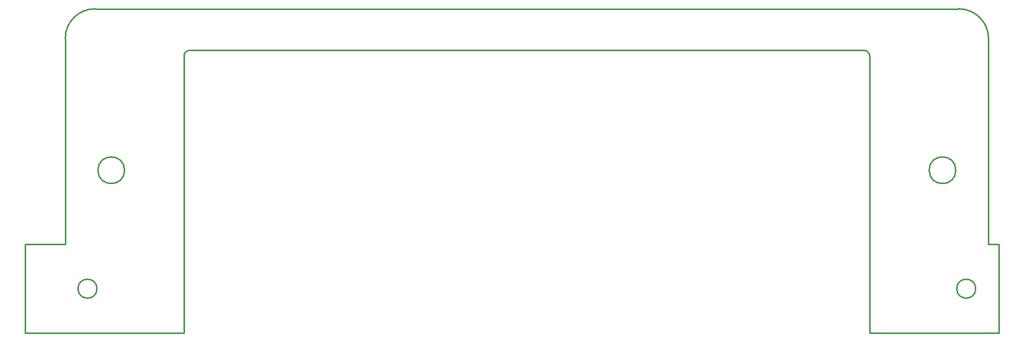
<source format=gm1>
G04*
G04 #@! TF.GenerationSoftware,Altium Limited,Altium Designer,18.1.8 (232)*
G04*
G04 Layer_Color=16711935*
%FSLAX25Y25*%
%MOIN*%
G70*
G01*
G75*
%ADD10C,0.01000*%
D10*
X617126Y108268D02*
G03*
X617126Y108268I-8858J0D01*
G01*
X560040Y184055D02*
G03*
X556103Y187992I-3937J0D01*
G01*
X109252D02*
G03*
X105315Y184055I0J-3937D01*
G01*
X46260Y215551D02*
G03*
X26575Y195866I0J-19685D01*
G01*
X638780D02*
G03*
X619095Y215551I-19685J0D01*
G01*
X630315Y29528D02*
G03*
X630315Y29528I-6299J0D01*
G01*
X65945Y108268D02*
G03*
X65945Y108268I-8858J0D01*
G01*
X47638Y29528D02*
G03*
X47638Y29528I-6299J0D01*
G01*
X560040Y0D02*
X645670D01*
X560040D02*
Y184055D01*
X109252Y187992D02*
X556103D01*
X105315Y0D02*
Y184055D01*
X0Y0D02*
X105315D01*
X0D02*
Y58875D01*
Y55174D02*
Y59055D01*
X26575D01*
Y195866D01*
X46260Y215551D02*
X619095D01*
X638780Y59055D02*
Y195866D01*
Y59055D02*
X645670D01*
Y0D02*
Y59055D01*
X617126Y108268D02*
G03*
X617126Y108268I-8858J0D01*
G01*
X560040Y184055D02*
G03*
X556103Y187992I-3937J0D01*
G01*
X109252D02*
G03*
X105315Y184055I0J-3937D01*
G01*
X46260Y215551D02*
G03*
X26575Y195866I0J-19685D01*
G01*
X638780D02*
G03*
X619095Y215551I-19685J0D01*
G01*
X630315Y29528D02*
G03*
X630315Y29528I-6299J0D01*
G01*
X65945Y108268D02*
G03*
X65945Y108268I-8858J0D01*
G01*
X47638Y29528D02*
G03*
X47638Y29528I-6299J0D01*
G01*
X560040Y0D02*
X645670D01*
X560040D02*
Y184055D01*
X109252Y187992D02*
X556103D01*
X105315Y0D02*
Y184055D01*
X0Y0D02*
X105315D01*
X0D02*
Y58875D01*
Y55174D02*
Y59055D01*
X26575D01*
Y195866D01*
X46260Y215551D02*
X619095D01*
X638780Y59055D02*
Y195866D01*
Y59055D02*
X645670D01*
Y0D02*
Y59055D01*
M02*

</source>
